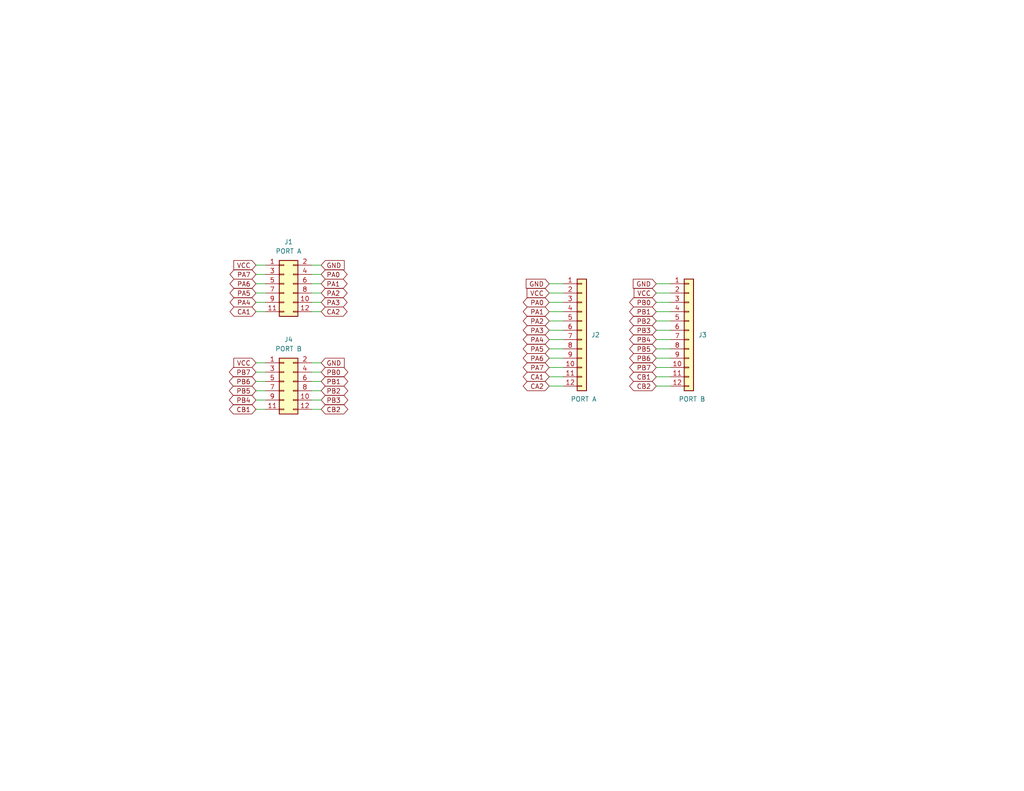
<source format=kicad_sch>
(kicad_sch (version 20250114) (generator "eeschema") (generator_version "9.0")
  (paper "USLetter")
  (title_block (title "6502 GPIO Breadboard Helper") (date "2025-09-21") (rev "1.0") (company "A.C. Wright Design"))
  (lib_symbols
    (symbol "Connector_Generic:Conn_01x12" (pin_names (offset 1.016) (hide yes))
      (property "Reference" "J" (at 0 15.24 0))
      (property "Value" "Conn_01x12" (at 0 -17.78 0))
      (symbol "Conn_01x12_1_1"
        (rectangle (start -1.27 13.97) (end 1.27 -16.51) (stroke (width 0.254)) (fill (type background)))
        (rectangle (start -1.27 12.827) (end 0 12.573) (stroke (width 0.1524)))
        (rectangle (start -1.27 10.287) (end 0 10.033) (stroke (width 0.1524)))
        (rectangle (start -1.27 7.747) (end 0 7.493) (stroke (width 0.1524)))
        (rectangle (start -1.27 5.207) (end 0 4.953) (stroke (width 0.1524)))
        (rectangle (start -1.27 2.667) (end 0 2.413) (stroke (width 0.1524)))
        (rectangle (start -1.27 0.127) (end 0 -0.127) (stroke (width 0.1524)))
        (rectangle (start -1.27 -2.413) (end 0 -2.667) (stroke (width 0.1524)))
        (rectangle (start -1.27 -4.953) (end 0 -5.207) (stroke (width 0.1524)))
        (rectangle (start -1.27 -7.493) (end 0 -7.747) (stroke (width 0.1524)))
        (rectangle (start -1.27 -10.033) (end 0 -10.287) (stroke (width 0.1524)))
        (rectangle (start -1.27 -12.573) (end 0 -12.827) (stroke (width 0.1524)))
        (rectangle (start -1.27 -15.113) (end 0 -15.367) (stroke (width 0.1524)))
        (pin passive line (at -5.08 12.7 0) (length 3.81) (name "Pin_1") (number "1"))
        (pin passive line (at -5.08 10.16 0) (length 3.81) (name "Pin_2") (number "2"))
        (pin passive line (at -5.08 7.62 0) (length 3.81) (name "Pin_3") (number "3"))
        (pin passive line (at -5.08 5.08 0) (length 3.81) (name "Pin_4") (number "4"))
        (pin passive line (at -5.08 2.54 0) (length 3.81) (name "Pin_5") (number "5"))
        (pin passive line (at -5.08 0 0) (length 3.81) (name "Pin_6") (number "6"))
        (pin passive line (at -5.08 -2.54 0) (length 3.81) (name "Pin_7") (number "7"))
        (pin passive line (at -5.08 -5.08 0) (length 3.81) (name "Pin_8") (number "8"))
        (pin passive line (at -5.08 -7.62 0) (length 3.81) (name "Pin_9") (number "9"))
        (pin passive line (at -5.08 -10.16 0) (length 3.81) (name "Pin_10") (number "10"))
        (pin passive line (at -5.08 -12.7 0) (length 3.81) (name "Pin_11") (number "11"))
        (pin passive line (at -5.08 -15.24 0) (length 3.81) (name "Pin_12") (number "12"))
      )
    )
    (symbol "Connector_Generic:Conn_02x06_Odd_Even" (pin_names (offset 1.016) (hide yes))
      (property "Reference" "J" (at 1.27 7.62 0))
      (property "Value" "Conn_02x06_Odd_Even" (at 1.27 -10.16 0))
      (symbol "Conn_02x06_Odd_Even_1_1"
        (rectangle (start -1.27 6.35) (end 3.81 -8.89) (stroke (width 0.254)) (fill (type background)))
        (rectangle (start -1.27 5.207) (end 0 4.953) (stroke (width 0.1524)))
        (rectangle (start -1.27 2.667) (end 0 2.413) (stroke (width 0.1524)))
        (rectangle (start -1.27 0.127) (end 0 -0.127) (stroke (width 0.1524)))
        (rectangle (start -1.27 -2.413) (end 0 -2.667) (stroke (width 0.1524)))
        (rectangle (start -1.27 -4.953) (end 0 -5.207) (stroke (width 0.1524)))
        (rectangle (start -1.27 -7.493) (end 0 -7.747) (stroke (width 0.1524)))
        (rectangle (start 3.81 5.207) (end 2.54 4.953) (stroke (width 0.1524)))
        (rectangle (start 3.81 2.667) (end 2.54 2.413) (stroke (width 0.1524)))
        (rectangle (start 3.81 0.127) (end 2.54 -0.127) (stroke (width 0.1524)))
        (rectangle (start 3.81 -2.413) (end 2.54 -2.667) (stroke (width 0.1524)))
        (rectangle (start 3.81 -4.953) (end 2.54 -5.207) (stroke (width 0.1524)))
        (rectangle (start 3.81 -7.493) (end 2.54 -7.747) (stroke (width 0.1524)))
        (pin passive line (at -5.08 5.08 0) (length 3.81) (name "Pin_1") (number "1"))
        (pin passive line (at -5.08 2.54 0) (length 3.81) (name "Pin_3") (number "3"))
        (pin passive line (at -5.08 0 0) (length 3.81) (name "Pin_5") (number "5"))
        (pin passive line (at -5.08 -2.54 0) (length 3.81) (name "Pin_7") (number "7"))
        (pin passive line (at -5.08 -5.08 0) (length 3.81) (name "Pin_9") (number "9"))
        (pin passive line (at -5.08 -7.62 0) (length 3.81) (name "Pin_11") (number "11"))
        (pin passive line (at 7.62 5.08 180) (length 3.81) (name "Pin_2") (number "2"))
        (pin passive line (at 7.62 2.54 180) (length 3.81) (name "Pin_4") (number "4"))
        (pin passive line (at 7.62 0 180) (length 3.81) (name "Pin_6") (number "6"))
        (pin passive line (at 7.62 -2.54 180) (length 3.81) (name "Pin_8") (number "8"))
        (pin passive line (at 7.62 -5.08 180) (length 3.81) (name "Pin_10") (number "10"))
        (pin passive line (at 7.62 -7.62 180) (length 3.81) (name "Pin_12") (number "12"))
      )
    )
  )
  (wire (pts (xy 85.09 72.39) (xy 87.63 72.39)))
  (wire (pts (xy 85.09 74.93) (xy 87.63 74.93)))
  (wire (pts (xy 149.86 92.71) (xy 153.67 92.71)))
  (wire (pts (xy 69.85 104.14) (xy 72.39 104.14)))
  (wire (pts (xy 69.85 109.22) (xy 72.39 109.22)))
  (wire (pts (xy 85.09 101.6) (xy 87.63 101.6)))
  (wire (pts (xy 149.86 97.79) (xy 153.67 97.79)))
  (wire (pts (xy 85.09 77.47) (xy 87.63 77.47)))
  (wire (pts (xy 179.07 105.41) (xy 182.88 105.41)))
  (wire (pts (xy 179.07 77.47) (xy 182.88 77.47)))
  (wire (pts (xy 149.86 82.55) (xy 153.67 82.55)))
  (wire (pts (xy 149.86 90.17) (xy 153.67 90.17)))
  (wire (pts (xy 179.07 95.25) (xy 182.88 95.25)))
  (wire (pts (xy 69.85 101.6) (xy 72.39 101.6)))
  (wire (pts (xy 149.86 87.63) (xy 153.67 87.63)))
  (wire (pts (xy 179.07 97.79) (xy 182.88 97.79)))
  (wire (pts (xy 149.86 77.47) (xy 153.67 77.47)))
  (wire (pts (xy 149.86 95.25) (xy 153.67 95.25)))
  (wire (pts (xy 85.09 111.76) (xy 87.63 111.76)))
  (wire (pts (xy 149.86 85.09) (xy 153.67 85.09)))
  (wire (pts (xy 179.07 82.55) (xy 182.88 82.55)))
  (wire (pts (xy 69.85 82.55) (xy 72.39 82.55)))
  (wire (pts (xy 85.09 99.06) (xy 87.63 99.06)))
  (wire (pts (xy 85.09 106.68) (xy 87.63 106.68)))
  (wire (pts (xy 69.85 106.68) (xy 72.39 106.68)))
  (wire (pts (xy 69.85 85.09) (xy 72.39 85.09)))
  (wire (pts (xy 179.07 90.17) (xy 182.88 90.17)))
  (wire (pts (xy 69.85 72.39) (xy 72.39 72.39)))
  (wire (pts (xy 85.09 82.55) (xy 87.63 82.55)))
  (wire (pts (xy 179.07 85.09) (xy 182.88 85.09)))
  (wire (pts (xy 149.86 100.33) (xy 153.67 100.33)))
  (wire (pts (xy 179.07 87.63) (xy 182.88 87.63)))
  (wire (pts (xy 69.85 99.06) (xy 72.39 99.06)))
  (wire (pts (xy 85.09 104.14) (xy 87.63 104.14)))
  (wire (pts (xy 179.07 102.87) (xy 182.88 102.87)))
  (wire (pts (xy 85.09 80.01) (xy 87.63 80.01)))
  (wire (pts (xy 149.86 80.01) (xy 153.67 80.01)))
  (wire (pts (xy 179.07 92.71) (xy 182.88 92.71)))
  (wire (pts (xy 85.09 85.09) (xy 87.63 85.09)))
  (wire (pts (xy 149.86 102.87) (xy 153.67 102.87)))
  (wire (pts (xy 69.85 74.93) (xy 72.39 74.93)))
  (wire (pts (xy 149.86 105.41) (xy 153.67 105.41)))
  (wire (pts (xy 179.07 100.33) (xy 182.88 100.33)))
  (wire (pts (xy 69.85 77.47) (xy 72.39 77.47)))
  (wire (pts (xy 69.85 80.01) (xy 72.39 80.01)))
  (wire (pts (xy 179.07 80.01) (xy 182.88 80.01)))
  (wire (pts (xy 85.09 109.22) (xy 87.63 109.22)))
  (wire (pts (xy 69.85 111.76) (xy 72.39 111.76)))
  (global_label "PA7" (shape bidirectional) (at 69.85 74.93 180) (property "Intersheetrefs" "${INTERSHEET_REFS}" (effects (hide yes))))
  (global_label "PB0" (shape bidirectional) (at 179.07 82.55 180) (property "Intersheetrefs" "${INTERSHEET_REFS}" (effects (hide yes))))
  (global_label "PB1" (shape bidirectional) (at 179.07 85.09 180) (property "Intersheetrefs" "${INTERSHEET_REFS}" (effects (hide yes))))
  (global_label "CA1" (shape bidirectional) (at 69.85 85.09 180) (property "Intersheetrefs" "${INTERSHEET_REFS}" (effects (hide yes))))
  (global_label "PB3" (shape bidirectional) (at 179.07 90.17 180) (property "Intersheetrefs" "${INTERSHEET_REFS}" (effects (hide yes))))
  (global_label "PA0" (shape bidirectional) (at 149.86 82.55 180) (property "Intersheetrefs" "${INTERSHEET_REFS}" (effects (hide yes))))
  (global_label "VCC" (shape input) (at 149.86 80.01 180) (property "Intersheetrefs" "${INTERSHEET_REFS}" (effects (hide yes))))
  (global_label "PA7" (shape bidirectional) (at 149.86 100.33 180) (property "Intersheetrefs" "${INTERSHEET_REFS}" (effects (hide yes))))
  (global_label "PB6" (shape bidirectional) (at 69.85 104.14 180) (property "Intersheetrefs" "${INTERSHEET_REFS}" (effects (hide yes))))
  (global_label "PA3" (shape bidirectional) (at 87.63 82.55 0) (property "Intersheetrefs" "${INTERSHEET_REFS}" (effects (hide yes))))
  (global_label "CB2" (shape bidirectional) (at 87.63 111.76 0) (property "Intersheetrefs" "${INTERSHEET_REFS}" (effects (hide yes))))
  (global_label "VCC" (shape input) (at 69.85 99.06 180) (property "Intersheetrefs" "${INTERSHEET_REFS}" (effects (hide yes))))
  (global_label "PB5" (shape bidirectional) (at 179.07 95.25 180) (property "Intersheetrefs" "${INTERSHEET_REFS}" (effects (hide yes))))
  (global_label "PA6" (shape bidirectional) (at 149.86 97.79 180) (property "Intersheetrefs" "${INTERSHEET_REFS}" (effects (hide yes))))
  (global_label "GND" (shape input) (at 179.07 77.47 180) (property "Intersheetrefs" "${INTERSHEET_REFS}" (effects (hide yes))))
  (global_label "PB5" (shape bidirectional) (at 69.85 106.68 180) (property "Intersheetrefs" "${INTERSHEET_REFS}" (effects (hide yes))))
  (global_label "PB6" (shape bidirectional) (at 179.07 97.79 180) (property "Intersheetrefs" "${INTERSHEET_REFS}" (effects (hide yes))))
  (global_label "PA0" (shape bidirectional) (at 87.63 74.93 0) (property "Intersheetrefs" "${INTERSHEET_REFS}" (effects (hide yes))))
  (global_label "GND" (shape input) (at 87.63 99.06 0) (property "Intersheetrefs" "${INTERSHEET_REFS}" (effects (hide yes))))
  (global_label "PA5" (shape bidirectional) (at 69.85 80.01 180) (property "Intersheetrefs" "${INTERSHEET_REFS}" (effects (hide yes))))
  (global_label "PA1" (shape bidirectional) (at 87.63 77.47 0) (property "Intersheetrefs" "${INTERSHEET_REFS}" (effects (hide yes))))
  (global_label "PB7" (shape bidirectional) (at 179.07 100.33 180) (property "Intersheetrefs" "${INTERSHEET_REFS}" (effects (hide yes))))
  (global_label "PB3" (shape bidirectional) (at 87.63 109.22 0) (property "Intersheetrefs" "${INTERSHEET_REFS}" (effects (hide yes))))
  (global_label "GND" (shape input) (at 149.86 77.47 180) (property "Intersheetrefs" "${INTERSHEET_REFS}" (effects (hide yes))))
  (global_label "CB1" (shape bidirectional) (at 69.85 111.76 180) (property "Intersheetrefs" "${INTERSHEET_REFS}" (effects (hide yes))))
  (global_label "PA3" (shape bidirectional) (at 149.86 90.17 180) (property "Intersheetrefs" "${INTERSHEET_REFS}" (effects (hide yes))))
  (global_label "PA6" (shape bidirectional) (at 69.85 77.47 180) (property "Intersheetrefs" "${INTERSHEET_REFS}" (effects (hide yes))))
  (global_label "PA5" (shape bidirectional) (at 149.86 95.25 180) (property "Intersheetrefs" "${INTERSHEET_REFS}" (effects (hide yes))))
  (global_label "PA2" (shape bidirectional) (at 149.86 87.63 180) (property "Intersheetrefs" "${INTERSHEET_REFS}" (effects (hide yes))))
  (global_label "PB4" (shape bidirectional) (at 69.85 109.22 180) (property "Intersheetrefs" "${INTERSHEET_REFS}" (effects (hide yes))))
  (global_label "VCC" (shape input) (at 69.85 72.39 180) (property "Intersheetrefs" "${INTERSHEET_REFS}" (effects (hide yes))))
  (global_label "CB2" (shape bidirectional) (at 179.07 105.41 180) (property "Intersheetrefs" "${INTERSHEET_REFS}" (effects (hide yes))))
  (global_label "PB7" (shape bidirectional) (at 69.85 101.6 180) (property "Intersheetrefs" "${INTERSHEET_REFS}" (effects (hide yes))))
  (global_label "PA4" (shape bidirectional) (at 69.85 82.55 180) (property "Intersheetrefs" "${INTERSHEET_REFS}" (effects (hide yes))))
  (global_label "PA2" (shape bidirectional) (at 87.63 80.01 0) (property "Intersheetrefs" "${INTERSHEET_REFS}" (effects (hide yes))))
  (global_label "PB2" (shape bidirectional) (at 87.63 106.68 0) (property "Intersheetrefs" "${INTERSHEET_REFS}" (effects (hide yes))))
  (global_label "PA1" (shape bidirectional) (at 149.86 85.09 180) (property "Intersheetrefs" "${INTERSHEET_REFS}" (effects (hide yes))))
  (global_label "PA4" (shape bidirectional) (at 149.86 92.71 180) (property "Intersheetrefs" "${INTERSHEET_REFS}" (effects (hide yes))))
  (global_label "PB4" (shape bidirectional) (at 179.07 92.71 180) (property "Intersheetrefs" "${INTERSHEET_REFS}" (effects (hide yes))))
  (global_label "CB1" (shape bidirectional) (at 179.07 102.87 180) (property "Intersheetrefs" "${INTERSHEET_REFS}" (effects (hide yes))))
  (global_label "PB2" (shape bidirectional) (at 179.07 87.63 180) (property "Intersheetrefs" "${INTERSHEET_REFS}" (effects (hide yes))))
  (global_label "CA1" (shape bidirectional) (at 149.86 102.87 180) (property "Intersheetrefs" "${INTERSHEET_REFS}" (effects (hide yes))))
  (global_label "PB1" (shape bidirectional) (at 87.63 104.14 0) (property "Intersheetrefs" "${INTERSHEET_REFS}" (effects (hide yes))))
  (global_label "CA2" (shape bidirectional) (at 87.63 85.09 0) (property "Intersheetrefs" "${INTERSHEET_REFS}" (effects (hide yes))))
  (global_label "CA2" (shape bidirectional) (at 149.86 105.41 180) (property "Intersheetrefs" "${INTERSHEET_REFS}" (effects (hide yes))))
  (global_label "VCC" (shape input) (at 179.07 80.01 180) (property "Intersheetrefs" "${INTERSHEET_REFS}" (effects (hide yes))))
  (global_label "PB0" (shape bidirectional) (at 87.63 101.6 0) (property "Intersheetrefs" "${INTERSHEET_REFS}" (effects (hide yes))))
  (global_label "GND" (shape input) (at 87.63 72.39 0) (property "Intersheetrefs" "${INTERSHEET_REFS}" (effects (hide yes))))
  (symbol (lib_id "Connector_Generic:Conn_02x06_Odd_Even") (at 77.47 104.14 0) (unit 1) (in_bom no)
    (property "Reference" "J4" (at 78.74 92.71 0))
    (property "Value" "PORT B" (at 78.74 95.25 0))
    (property "Footprint" "6502 Parts:6502 GPIO Connector" (effects (hide yes)))
    (property "Description" "Generic connector, double row, 02x06, odd/even pin numbering scheme (row 1 odd numbers, row 2 even numbers), script generated (kicad-library-utils/schlib/autogen/connector/)" (effects (hide yes)))
  )
  (symbol (lib_id "Connector_Generic:Conn_01x12") (at 187.96 90.17 0) (unit 1)
    (property "Reference" "J3" (at 190.5 91.4399 0) (effects (justify left)))
    (property "Value" "PORT B" (at 185.166 108.966 0) (effects (justify left)))
    (property "Footprint" "Connector_PinHeader_2.54mm:PinHeader_1x12_P2.54mm_Vertical" (effects (hide yes)))
    (property "Description" "Generic connector, single row, 01x12, script generated (kicad-library-utils/schlib/autogen/connector/)" (effects (hide yes)))
  )
  (symbol (lib_id "Connector_Generic:Conn_02x06_Odd_Even") (at 77.47 77.47 0) (unit 1) (in_bom no)
    (property "Reference" "J1" (at 78.74 66.04 0))
    (property "Value" "PORT A" (at 78.74 68.58 0))
    (property "Footprint" "6502 Parts:6502 GPIO Connector" (effects (hide yes)))
    (property "Description" "Generic connector, double row, 02x06, odd/even pin numbering scheme (row 1 odd numbers, row 2 even numbers), script generated (kicad-library-utils/schlib/autogen/connector/)" (effects (hide yes)))
  )
  (symbol (lib_id "Connector_Generic:Conn_01x12") (at 158.75 90.17 0) (unit 1)
    (property "Reference" "J2" (at 161.29 91.4399 0) (effects (justify left)))
    (property "Value" "PORT A" (at 155.702 108.966 0) (effects (justify left)))
    (property "Footprint" "Connector_PinHeader_2.54mm:PinHeader_1x12_P2.54mm_Vertical" (effects (hide yes)))
    (property "Description" "Generic connector, single row, 01x12, script generated (kicad-library-utils/schlib/autogen/connector/)" (effects (hide yes)))
  )
)
</source>
